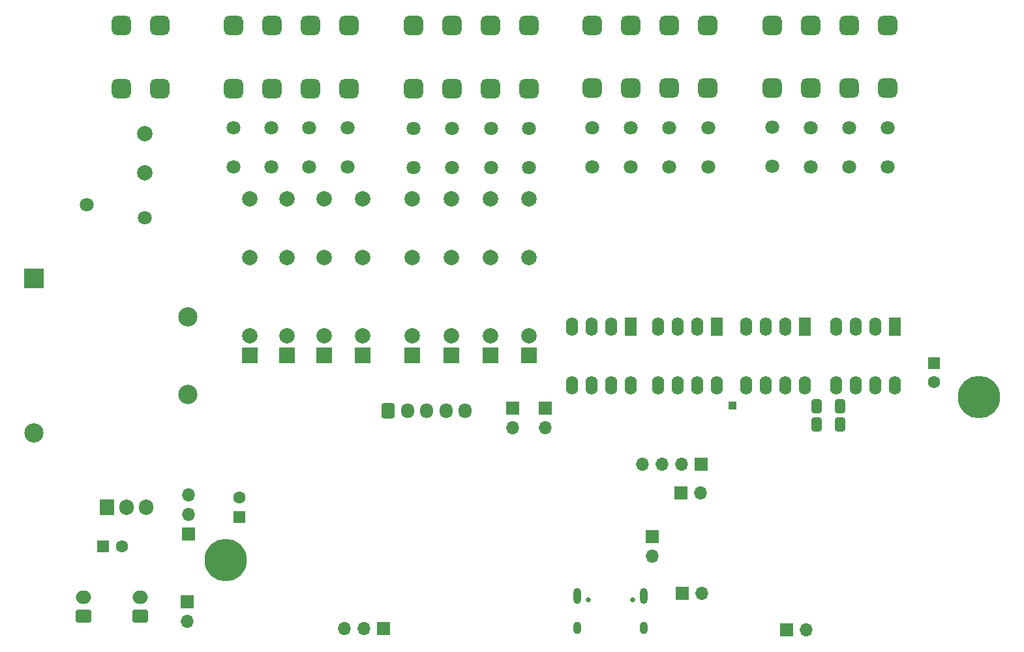
<source format=gbr>
%TF.GenerationSoftware,KiCad,Pcbnew,8.0.4*%
%TF.CreationDate,2024-09-08T16:09:12+02:00*%
%TF.ProjectId,hamodule,68616d6f-6475-46c6-952e-6b696361645f,20240908.24.8*%
%TF.SameCoordinates,Original*%
%TF.FileFunction,Soldermask,Bot*%
%TF.FilePolarity,Negative*%
%FSLAX46Y46*%
G04 Gerber Fmt 4.6, Leading zero omitted, Abs format (unit mm)*
G04 Created by KiCad (PCBNEW 8.0.4) date 2024-09-08 16:09:12*
%MOMM*%
%LPD*%
G01*
G04 APERTURE LIST*
G04 Aperture macros list*
%AMRoundRect*
0 Rectangle with rounded corners*
0 $1 Rounding radius*
0 $2 $3 $4 $5 $6 $7 $8 $9 X,Y pos of 4 corners*
0 Add a 4 corners polygon primitive as box body*
4,1,4,$2,$3,$4,$5,$6,$7,$8,$9,$2,$3,0*
0 Add four circle primitives for the rounded corners*
1,1,$1+$1,$2,$3*
1,1,$1+$1,$4,$5*
1,1,$1+$1,$6,$7*
1,1,$1+$1,$8,$9*
0 Add four rect primitives between the rounded corners*
20,1,$1+$1,$2,$3,$4,$5,0*
20,1,$1+$1,$4,$5,$6,$7,0*
20,1,$1+$1,$6,$7,$8,$9,0*
20,1,$1+$1,$8,$9,$2,$3,0*%
G04 Aperture macros list end*
%ADD10R,1.700000X1.700000*%
%ADD11O,1.700000X1.700000*%
%ADD12C,1.800000*%
%ADD13RoundRect,0.250000X0.750000X-0.600000X0.750000X0.600000X-0.750000X0.600000X-0.750000X-0.600000X0*%
%ADD14O,2.000000X1.700000*%
%ADD15R,2.500000X2.500000*%
%ADD16C,2.500000*%
%ADD17R,1.905000X2.000000*%
%ADD18O,1.905000X2.000000*%
%ADD19RoundRect,0.625000X0.625000X0.625000X-0.625000X0.625000X-0.625000X-0.625000X0.625000X-0.625000X0*%
%ADD20C,2.000000*%
%ADD21R,1.600000X2.400000*%
%ADD22O,1.600000X2.400000*%
%ADD23R,1.600000X1.600000*%
%ADD24C,1.600000*%
%ADD25R,2.000000X2.000000*%
%ADD26R,1.000000X1.000000*%
%ADD27C,0.650000*%
%ADD28O,1.000000X2.100000*%
%ADD29O,1.000000X1.600000*%
%ADD30RoundRect,0.250000X-0.600000X-0.725000X0.600000X-0.725000X0.600000X0.725000X-0.600000X0.725000X0*%
%ADD31O,1.700000X1.950000*%
%ADD32C,5.500000*%
%ADD33RoundRect,0.250000X0.412500X0.650000X-0.412500X0.650000X-0.412500X-0.650000X0.412500X-0.650000X0*%
G04 APERTURE END LIST*
D10*
%TO.C,J5*%
X23674000Y5448400D03*
D11*
X23674000Y2908400D03*
%TD*%
D12*
%TO.C,RV1*%
X10626400Y57005330D03*
X18126400Y55372000D03*
%TD*%
D13*
%TO.C,J1*%
X17574000Y3568700D03*
D14*
X17574000Y6068700D03*
%TD*%
D15*
%TO.C,PS1*%
X3780000Y47421800D03*
D16*
X3780000Y27421800D03*
X23780000Y32421800D03*
X23780000Y42421800D03*
%TD*%
D17*
%TO.C,U1*%
X13242700Y17729200D03*
D18*
X15782700Y17729200D03*
X18322700Y17729200D03*
%TD*%
D19*
%TO.C,J15*%
X44691800Y72136000D03*
X44691800Y80335999D03*
X39691800Y72136000D03*
X39691800Y80335999D03*
X34691800Y72136000D03*
X34691800Y80335999D03*
X29691800Y72136000D03*
X29691800Y80335999D03*
%TD*%
%TO.C,J2*%
X20144000Y72112401D03*
X20144000Y80312400D03*
X15144000Y72112401D03*
X15144000Y80312400D03*
%TD*%
%TO.C,J7*%
X91264000Y72140201D03*
X91264000Y80340200D03*
X86264000Y72140201D03*
X86264000Y80340200D03*
X81264000Y72140201D03*
X81264000Y80340200D03*
X76264000Y72140201D03*
X76264000Y80340200D03*
%TD*%
D20*
%TO.C,F1*%
X18161000Y66243200D03*
X18151000Y61163200D03*
%TD*%
D21*
%TO.C,U4*%
X115513178Y41232282D03*
D22*
X112973178Y41232282D03*
X110433178Y41232282D03*
X107893178Y41232282D03*
X107893178Y33612282D03*
X110433178Y33612282D03*
X112973178Y33612282D03*
X115513178Y33612282D03*
%TD*%
D21*
%TO.C,U7*%
X81205300Y41228800D03*
D22*
X78665300Y41228800D03*
X76125300Y41228800D03*
X73585300Y41228800D03*
X73585300Y33608800D03*
X76125300Y33608800D03*
X78665300Y33608800D03*
X81205300Y33608800D03*
%TD*%
D21*
%TO.C,U6*%
X92381300Y41228800D03*
D22*
X89841300Y41228800D03*
X87301300Y41228800D03*
X84761300Y41228800D03*
X84761300Y33608800D03*
X87301300Y33608800D03*
X89841300Y33608800D03*
X92381300Y33608800D03*
%TD*%
D14*
%TO.C,J4*%
X10174000Y6068700D03*
D13*
X10174000Y3568700D03*
%TD*%
D10*
%TO.C,J10*%
X101429402Y1808701D03*
D11*
X103969402Y1808701D03*
%TD*%
D10*
%TO.C,J19*%
X70124000Y30608400D03*
D11*
X70124000Y28068400D03*
%TD*%
D23*
%TO.C,C19*%
X120624000Y36468400D03*
D24*
X120624000Y33968400D03*
%TD*%
D10*
%TO.C,J14*%
X90364000Y23368400D03*
D11*
X87824000Y23368400D03*
X85284000Y23368400D03*
X82744000Y23368400D03*
%TD*%
D19*
%TO.C,J6*%
X114621702Y72140201D03*
X114621702Y80340200D03*
X109621702Y72140201D03*
X109621702Y80340200D03*
X104621702Y72140201D03*
X104621702Y80340200D03*
X99621702Y72140201D03*
X99621702Y80340200D03*
%TD*%
%TO.C,J16*%
X68059800Y72136000D03*
X68059800Y80335999D03*
X63059800Y72136000D03*
X63059800Y80335999D03*
X58059800Y72136000D03*
X58059800Y80335999D03*
X53059800Y72136000D03*
X53059800Y80335999D03*
%TD*%
D12*
%TO.C,F15*%
X58026800Y61849000D03*
X58026800Y66929000D03*
%TD*%
D25*
%TO.C,K5*%
X52911000Y37424500D03*
D20*
X52911000Y39964500D03*
X52911000Y50124500D03*
X52911000Y57744500D03*
%TD*%
D10*
%TO.C,J12*%
X87724000Y19568400D03*
D11*
X90264000Y19568400D03*
%TD*%
D12*
%TO.C,F4*%
X81228000Y61952500D03*
X81228000Y67032500D03*
%TD*%
D23*
%TO.C,C18*%
X30424000Y16486020D03*
D24*
X30424000Y18986020D03*
%TD*%
D25*
%TO.C,K6*%
X57991000Y37424500D03*
D20*
X57991000Y39964500D03*
X57991000Y50124500D03*
X57991000Y57744500D03*
%TD*%
D12*
%TO.C,F2*%
X91286400Y61952500D03*
X91286400Y67032500D03*
%TD*%
D10*
%TO.C,J17*%
X65924000Y30608400D03*
D11*
X65924000Y28068400D03*
%TD*%
D10*
%TO.C,J13*%
X84039402Y13923701D03*
D11*
X84039402Y11383701D03*
%TD*%
D12*
%TO.C,F7*%
X109626400Y61950600D03*
X109626400Y67030600D03*
%TD*%
D10*
%TO.C,J11*%
X87929800Y6578600D03*
D11*
X90469800Y6578600D03*
%TD*%
D26*
%TO.C,TP1*%
X94424000Y30968400D03*
%TD*%
D12*
%TO.C,F8*%
X104621800Y61950600D03*
X104621800Y67030600D03*
%TD*%
%TO.C,F13*%
X44532300Y61935500D03*
X44532300Y67015500D03*
%TD*%
D21*
%TO.C,U5*%
X103829178Y41232282D03*
D22*
X101289178Y41232282D03*
X98749178Y41232282D03*
X96209178Y41232282D03*
X96209178Y33612282D03*
X98749178Y33612282D03*
X101289178Y33612282D03*
X103829178Y33612282D03*
%TD*%
D10*
%TO.C,J8*%
X49116800Y1966700D03*
D11*
X46576800Y1966700D03*
X44036800Y1966700D03*
%TD*%
D12*
%TO.C,F14*%
X53073800Y61849000D03*
X53073800Y66929000D03*
%TD*%
D27*
%TO.C,J3*%
X75715402Y5692801D03*
X81495402Y5692801D03*
D28*
X74285402Y6222801D03*
D29*
X74285402Y2042801D03*
D28*
X82925402Y6222801D03*
D29*
X82925402Y2042801D03*
%TD*%
D30*
%TO.C,J9*%
X49762400Y30243000D03*
D31*
X52262400Y30243000D03*
X54762400Y30243000D03*
X57262400Y30243000D03*
X59762400Y30243000D03*
%TD*%
D10*
%TO.C,SW1*%
X23834000Y14298400D03*
D11*
X23834000Y16838400D03*
X23834000Y19378400D03*
%TD*%
D12*
%TO.C,F6*%
X114604800Y61950600D03*
X114604800Y67030600D03*
%TD*%
%TO.C,F3*%
X86257200Y61952500D03*
X86257200Y67032500D03*
%TD*%
%TO.C,F16*%
X63106800Y61849000D03*
X63106800Y66929000D03*
%TD*%
D32*
%TO.C,H5*%
X28664000Y10858400D03*
%TD*%
D25*
%TO.C,K1*%
X31818300Y37424500D03*
D20*
X31818300Y39964500D03*
X31818300Y50124500D03*
X31818300Y57744500D03*
%TD*%
D25*
%TO.C,K2*%
X36644300Y37424500D03*
D20*
X36644300Y39964500D03*
X36644300Y50124500D03*
X36644300Y57744500D03*
%TD*%
D12*
%TO.C,F11*%
X34612300Y61935500D03*
X34612300Y67015500D03*
%TD*%
D25*
%TO.C,K4*%
X46423300Y37424500D03*
D20*
X46423300Y39964500D03*
X46423300Y50124500D03*
X46423300Y57744500D03*
%TD*%
D25*
%TO.C,K7*%
X63071000Y37424500D03*
D20*
X63071000Y39964500D03*
X63071000Y50124500D03*
X63071000Y57744500D03*
%TD*%
D25*
%TO.C,K8*%
X68024000Y37424500D03*
D20*
X68024000Y39964500D03*
X68024000Y50124500D03*
X68024000Y57744500D03*
%TD*%
D25*
%TO.C,K3*%
X41470300Y37424500D03*
D20*
X41470300Y39964500D03*
X41470300Y50124500D03*
X41470300Y57744500D03*
%TD*%
D32*
%TO.C,H4*%
X126424000Y32080200D03*
%TD*%
D23*
%TO.C,C12*%
X12734700Y12649200D03*
D24*
X15234700Y12649200D03*
%TD*%
D12*
%TO.C,F9*%
X99621800Y61980000D03*
X99621800Y67060000D03*
%TD*%
%TO.C,F5*%
X76249600Y61952500D03*
X76249600Y67032500D03*
%TD*%
%TO.C,F17*%
X68059800Y61849000D03*
X68059800Y66929000D03*
%TD*%
%TO.C,F10*%
X29659300Y61935500D03*
X29659300Y67015500D03*
%TD*%
%TO.C,F12*%
X39532300Y61935500D03*
X39532300Y67015500D03*
%TD*%
D33*
%TO.C,C2*%
X108449000Y30868400D03*
X105324000Y30868400D03*
%TD*%
%TO.C,C1*%
X108449000Y28468400D03*
X105324000Y28468400D03*
%TD*%
M02*

</source>
